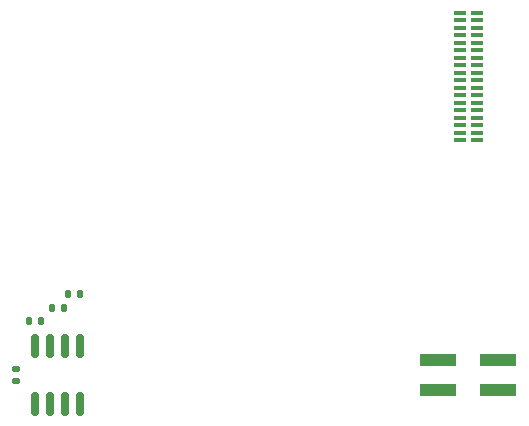
<source format=gbr>
G04 #@! TF.GenerationSoftware,KiCad,Pcbnew,9.0.0*
G04 #@! TF.CreationDate,2025-04-07T23:01:42+01:00*
G04 #@! TF.ProjectId,ephys-test-module-32,65706879-732d-4746-9573-742d6d6f6475,A*
G04 #@! TF.SameCoordinates,Original*
G04 #@! TF.FileFunction,Paste,Top*
G04 #@! TF.FilePolarity,Positive*
%FSLAX46Y46*%
G04 Gerber Fmt 4.6, Leading zero omitted, Abs format (unit mm)*
G04 Created by KiCad (PCBNEW 9.0.0) date 2025-04-07 23:01:42*
%MOMM*%
%LPD*%
G01*
G04 APERTURE LIST*
G04 Aperture macros list*
%AMRoundRect*
0 Rectangle with rounded corners*
0 $1 Rounding radius*
0 $2 $3 $4 $5 $6 $7 $8 $9 X,Y pos of 4 corners*
0 Add a 4 corners polygon primitive as box body*
4,1,4,$2,$3,$4,$5,$6,$7,$8,$9,$2,$3,0*
0 Add four circle primitives for the rounded corners*
1,1,$1+$1,$2,$3*
1,1,$1+$1,$4,$5*
1,1,$1+$1,$6,$7*
1,1,$1+$1,$8,$9*
0 Add four rect primitives between the rounded corners*
20,1,$1+$1,$2,$3,$4,$5,0*
20,1,$1+$1,$4,$5,$6,$7,0*
20,1,$1+$1,$6,$7,$8,$9,0*
20,1,$1+$1,$8,$9,$2,$3,0*%
G04 Aperture macros list end*
%ADD10R,3.150000X1.000000*%
%ADD11R,1.000000X0.380000*%
%ADD12RoundRect,0.135000X-0.135000X-0.185000X0.135000X-0.185000X0.135000X0.185000X-0.135000X0.185000X0*%
%ADD13RoundRect,0.150000X0.150000X-0.825000X0.150000X0.825000X-0.150000X0.825000X-0.150000X-0.825000X0*%
%ADD14RoundRect,0.140000X-0.170000X0.140000X-0.170000X-0.140000X0.170000X-0.140000X0.170000X0.140000X0*%
G04 APERTURE END LIST*
D10*
G04 #@! TO.C,J4*
X160475000Y-126970000D03*
X155425000Y-126970000D03*
X160475000Y-124430000D03*
X155425000Y-124430000D03*
G04 #@! TD*
D11*
G04 #@! TO.C,J5*
X157250000Y-105800000D03*
X158750000Y-105800000D03*
X157250000Y-105165000D03*
X158750000Y-105165000D03*
X157250000Y-104530000D03*
X158750000Y-104530000D03*
X157250000Y-103895000D03*
X158750000Y-103895000D03*
X157250000Y-103260000D03*
X158750000Y-103260000D03*
X157250000Y-102625000D03*
X158750000Y-102625000D03*
X157250000Y-101990000D03*
X158750000Y-101990000D03*
X157250000Y-101355000D03*
X158750000Y-101355000D03*
X157250000Y-100720000D03*
X158750000Y-100720000D03*
X157250000Y-100085000D03*
X158750000Y-100085000D03*
X157250000Y-99450000D03*
X158750000Y-99450000D03*
X157250000Y-98815000D03*
X158750000Y-98815000D03*
X157250000Y-98180000D03*
X158750000Y-98180000D03*
X157250000Y-97545000D03*
X158750000Y-97545000D03*
X157250000Y-96910000D03*
X158750000Y-96910000D03*
X157250000Y-96275000D03*
X158750000Y-96275000D03*
X157250000Y-95640000D03*
X158750000Y-95640000D03*
X157250000Y-95005000D03*
X158750000Y-95005000D03*
G04 #@! TD*
D12*
G04 #@! TO.C,R3*
X122690000Y-120000000D03*
X123710000Y-120000000D03*
G04 #@! TD*
G04 #@! TO.C,R1*
X120790000Y-121100000D03*
X121810000Y-121100000D03*
G04 #@! TD*
D13*
G04 #@! TO.C,U1*
X121295000Y-128175000D03*
X122565000Y-128175000D03*
X123835000Y-128175000D03*
X125105000Y-128175000D03*
X125105000Y-123225000D03*
X123835000Y-123225000D03*
X122565000Y-123225000D03*
X121295000Y-123225000D03*
G04 #@! TD*
D12*
G04 #@! TO.C,R2*
X124090000Y-118800000D03*
X125110000Y-118800000D03*
G04 #@! TD*
D14*
G04 #@! TO.C,C1*
X119700000Y-125220000D03*
X119700000Y-126180000D03*
G04 #@! TD*
M02*

</source>
